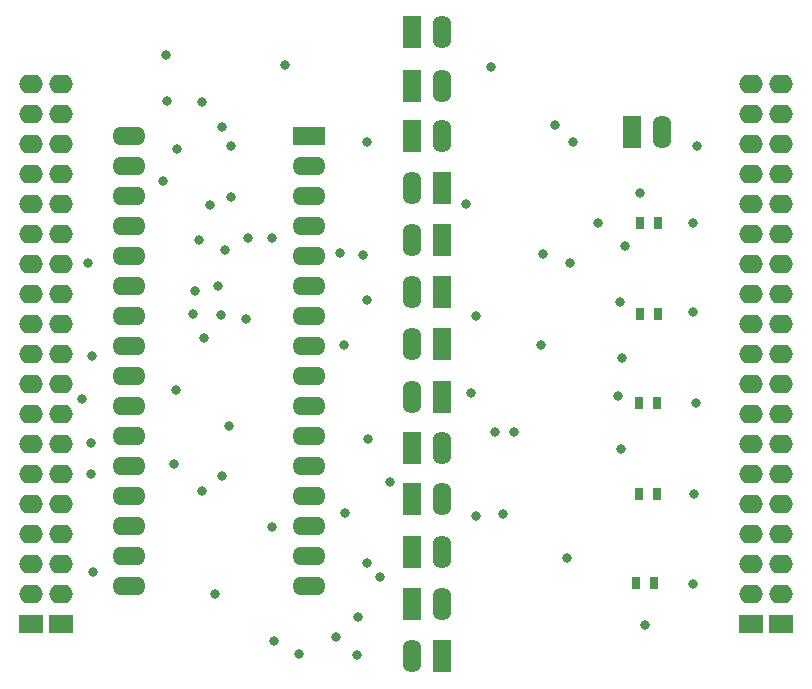
<source format=gts>
G04*
G04 #@! TF.GenerationSoftware,Altium Limited,Altium Designer,19.0.15 (446)*
G04*
G04 Layer_Color=8388736*
%FSLAX25Y25*%
%MOIN*%
G70*
G01*
G75*
%ADD12R,0.03162X0.04343*%
%ADD13O,0.11036X0.06312*%
%ADD14R,0.11036X0.06312*%
%ADD15O,0.06312X0.11036*%
%ADD16R,0.06312X0.11036*%
%ADD17R,0.07887X0.06312*%
%ADD18O,0.07887X0.06312*%
%ADD19C,0.03162*%
D12*
X215354Y62992D02*
D03*
X221260D02*
D03*
X215748Y153543D02*
D03*
X221654D02*
D03*
X215551Y93307D02*
D03*
X221457D02*
D03*
X214370Y33465D02*
D03*
X220276D02*
D03*
X215748Y123228D02*
D03*
X221654D02*
D03*
D13*
X45512Y32362D02*
D03*
Y42362D02*
D03*
Y52362D02*
D03*
Y62362D02*
D03*
Y72362D02*
D03*
Y82362D02*
D03*
Y92362D02*
D03*
Y102362D02*
D03*
Y112362D02*
D03*
Y122362D02*
D03*
Y132362D02*
D03*
Y142362D02*
D03*
Y152362D02*
D03*
Y162362D02*
D03*
Y172362D02*
D03*
Y182362D02*
D03*
X105512Y32362D02*
D03*
Y42362D02*
D03*
Y52362D02*
D03*
Y62362D02*
D03*
Y72362D02*
D03*
Y82362D02*
D03*
Y92362D02*
D03*
Y102362D02*
D03*
Y112362D02*
D03*
Y122362D02*
D03*
Y132362D02*
D03*
Y142362D02*
D03*
Y152362D02*
D03*
Y162362D02*
D03*
Y172362D02*
D03*
D14*
Y182362D02*
D03*
D15*
X149606Y216929D02*
D03*
X223228Y183858D02*
D03*
X139606Y95276D02*
D03*
Y112992D02*
D03*
Y130315D02*
D03*
X139764Y9055D02*
D03*
X139606Y147638D02*
D03*
X149606Y26378D02*
D03*
X139606Y164961D02*
D03*
X149764Y43701D02*
D03*
Y182283D02*
D03*
Y61417D02*
D03*
X149606Y199213D02*
D03*
Y78347D02*
D03*
D16*
X139606Y216929D02*
D03*
X213228Y183858D02*
D03*
X149606Y95276D02*
D03*
Y112992D02*
D03*
Y130315D02*
D03*
X149764Y9055D02*
D03*
X149606Y147638D02*
D03*
X139606Y26378D02*
D03*
X149606Y164961D02*
D03*
X139764Y43701D02*
D03*
Y182283D02*
D03*
Y61417D02*
D03*
X139606Y199213D02*
D03*
Y78347D02*
D03*
D17*
X252795Y19842D02*
D03*
X12795D02*
D03*
X22795D02*
D03*
X262795D02*
D03*
D18*
X252795Y29842D02*
D03*
Y39843D02*
D03*
Y49843D02*
D03*
Y59842D02*
D03*
Y69842D02*
D03*
Y79843D02*
D03*
Y89842D02*
D03*
Y99843D02*
D03*
Y109843D02*
D03*
Y119843D02*
D03*
Y129842D02*
D03*
Y139842D02*
D03*
Y149843D02*
D03*
Y159843D02*
D03*
Y169843D02*
D03*
Y179842D02*
D03*
Y189842D02*
D03*
Y199843D02*
D03*
X12795Y29842D02*
D03*
Y39843D02*
D03*
Y49843D02*
D03*
Y59842D02*
D03*
Y69842D02*
D03*
Y79843D02*
D03*
Y89842D02*
D03*
Y99843D02*
D03*
Y109843D02*
D03*
Y119843D02*
D03*
Y129842D02*
D03*
Y139842D02*
D03*
Y149843D02*
D03*
Y159843D02*
D03*
Y169843D02*
D03*
Y179842D02*
D03*
Y189842D02*
D03*
Y199843D02*
D03*
X22795Y29842D02*
D03*
Y39843D02*
D03*
Y49843D02*
D03*
Y59842D02*
D03*
Y69842D02*
D03*
Y79843D02*
D03*
Y89842D02*
D03*
Y99843D02*
D03*
Y109843D02*
D03*
Y119843D02*
D03*
Y129842D02*
D03*
Y139842D02*
D03*
Y149843D02*
D03*
Y159843D02*
D03*
Y169843D02*
D03*
Y179842D02*
D03*
Y189842D02*
D03*
Y199843D02*
D03*
X262795Y29842D02*
D03*
Y39843D02*
D03*
Y49843D02*
D03*
Y59842D02*
D03*
Y69842D02*
D03*
Y79843D02*
D03*
Y89842D02*
D03*
Y99843D02*
D03*
Y109843D02*
D03*
Y119843D02*
D03*
Y129842D02*
D03*
Y139842D02*
D03*
Y149843D02*
D03*
Y159843D02*
D03*
Y169843D02*
D03*
Y179842D02*
D03*
Y189842D02*
D03*
Y199843D02*
D03*
D19*
X191339Y41732D02*
D03*
X132283Y66929D02*
D03*
X116929Y112598D02*
D03*
X124897Y180315D02*
D03*
X33465Y37091D02*
D03*
X234755Y179134D02*
D03*
X217323Y19291D02*
D03*
X166142Y205512D02*
D03*
X115748Y143416D02*
D03*
X123478Y142654D02*
D03*
X124803Y127665D02*
D03*
X102169Y9843D02*
D03*
X85039Y148425D02*
D03*
X93104Y148425D02*
D03*
X79528Y162205D02*
D03*
X69703Y64173D02*
D03*
X66896Y123123D02*
D03*
X56855Y167480D02*
D03*
X209449Y77953D02*
D03*
X209615Y108267D02*
D03*
X32866Y69788D02*
D03*
X60319Y72918D02*
D03*
X208268Y95669D02*
D03*
X209170Y127165D02*
D03*
X31796Y140157D02*
D03*
X32760Y79921D02*
D03*
X29697Y94724D02*
D03*
X187402Y186221D02*
D03*
X57874Y209449D02*
D03*
X58214Y194039D02*
D03*
X124600Y40000D02*
D03*
X93700Y14000D02*
D03*
X210800Y145800D02*
D03*
X183465Y142913D02*
D03*
X157700Y159600D02*
D03*
X74000Y29700D02*
D03*
X159400Y96700D02*
D03*
X161059Y122441D02*
D03*
X161000Y55800D02*
D03*
X125200Y81300D02*
D03*
X33000Y109200D02*
D03*
X61000Y97700D02*
D03*
X77559Y144488D02*
D03*
X78681Y85827D02*
D03*
X68898Y147638D02*
D03*
X97244Y205906D02*
D03*
X76378Y185433D02*
D03*
X72441Y159449D02*
D03*
X67323Y130709D02*
D03*
X70472Y114961D02*
D03*
X79528Y179134D02*
D03*
X75197Y132283D02*
D03*
X84248Y121256D02*
D03*
X182677Y112598D02*
D03*
X192520Y140157D02*
D03*
X61417Y177953D02*
D03*
X69685Y193701D02*
D03*
X193307Y180315D02*
D03*
X167323Y83858D02*
D03*
X233858Y62992D02*
D03*
X76378Y68898D02*
D03*
X114567Y15354D02*
D03*
X121704Y22047D02*
D03*
X129134Y35236D02*
D03*
X233366Y33071D02*
D03*
X173622Y83858D02*
D03*
X234252Y93307D02*
D03*
X233366Y153543D02*
D03*
X201575D02*
D03*
X121260Y9449D02*
D03*
X92913Y51968D02*
D03*
X117323Y56693D02*
D03*
X75984Y122835D02*
D03*
X170079Y56299D02*
D03*
X233350Y123615D02*
D03*
X215669Y163386D02*
D03*
M02*

</source>
